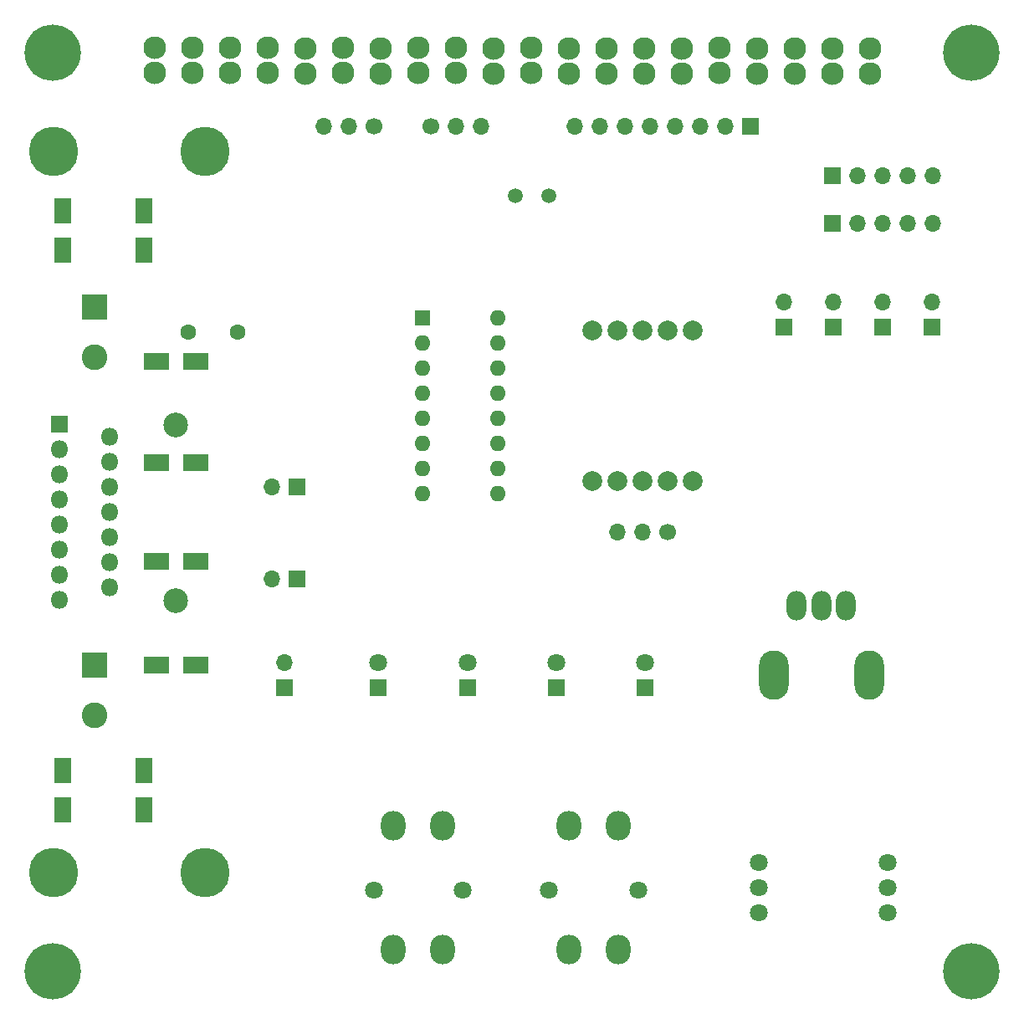
<source format=gbr>
%TF.GenerationSoftware,KiCad,Pcbnew,(6.0.8)*%
%TF.CreationDate,2022-11-24T14:06:27+01:00*%
%TF.ProjectId,myDAQExpansionBoard,6d794441-5145-4787-9061-6e73696f6e42,rev?*%
%TF.SameCoordinates,Original*%
%TF.FileFunction,Soldermask,Bot*%
%TF.FilePolarity,Negative*%
%FSLAX46Y46*%
G04 Gerber Fmt 4.6, Leading zero omitted, Abs format (unit mm)*
G04 Created by KiCad (PCBNEW (6.0.8)) date 2022-11-24 14:06:27*
%MOMM*%
%LPD*%
G01*
G04 APERTURE LIST*
%ADD10C,1.800000*%
%ADD11R,1.800000X1.800000*%
%ADD12C,1.600000*%
%ADD13C,5.700000*%
%ADD14O,1.700000X1.700000*%
%ADD15R,1.700000X1.700000*%
%ADD16C,2.000000*%
%ADD17C,1.700000*%
%ADD18O,2.000000X3.000000*%
%ADD19O,3.000000X5.000000*%
%ADD20C,2.300000*%
%ADD21O,1.800000X1.800000*%
%ADD22C,2.500000*%
%ADD23O,1.600000X1.600000*%
%ADD24R,1.600000X1.600000*%
%ADD25C,2.600000*%
%ADD26R,2.600000X2.600000*%
%ADD27C,5.000000*%
%ADD28C,1.500000*%
%ADD29O,2.500000X3.000000*%
%ADD30R,2.500000X1.800000*%
%ADD31R,1.800000X2.500000*%
G04 APERTURE END LIST*
D10*
%TO.C,D2*%
X114737500Y-98972500D03*
D11*
X114737500Y-101512500D03*
%TD*%
D12*
%TO.C,C5*%
X91500000Y-65545000D03*
X86500000Y-65545000D03*
%TD*%
D13*
%TO.C,H1*%
X72750000Y-37250000D03*
%TD*%
D14*
%TO.C,JP10*%
X94985000Y-90500000D03*
D15*
X97525000Y-90500000D03*
%TD*%
D16*
%TO.C,U2*%
X127380000Y-65380000D03*
X129920000Y-65380000D03*
X132460000Y-65380000D03*
X135000000Y-65380000D03*
X137540000Y-65380000D03*
X137540000Y-80620000D03*
X135000000Y-80620000D03*
X132460000Y-80620000D03*
X129920000Y-80620000D03*
X127380000Y-80620000D03*
%TD*%
D13*
%TO.C,H4*%
X72750000Y-130250000D03*
%TD*%
D14*
%TO.C,JP8*%
X116080000Y-44750000D03*
X113540000Y-44750000D03*
D17*
X111000000Y-44750000D03*
%TD*%
D18*
%TO.C,RV1*%
X148060500Y-93237500D03*
X150560500Y-93237500D03*
X153060500Y-93237500D03*
D19*
X145760500Y-100237500D03*
X155360500Y-100237500D03*
%TD*%
D14*
%TO.C,JP5*%
X96250000Y-98985000D03*
D15*
X96250000Y-101525000D03*
%TD*%
D14*
%TO.C,JP4*%
X161750000Y-62460000D03*
D15*
X161750000Y-65000000D03*
%TD*%
D14*
%TO.C,JP9*%
X94985000Y-81205000D03*
D15*
X97525000Y-81205000D03*
%TD*%
D14*
%TO.C,J3*%
X125595000Y-44750000D03*
X128135000Y-44750000D03*
X130675000Y-44750000D03*
X133215000Y-44750000D03*
X135755000Y-44750000D03*
X138295000Y-44750000D03*
X140835000Y-44750000D03*
D15*
X143375000Y-44750000D03*
%TD*%
D14*
%TO.C,J2*%
X161835000Y-54500000D03*
X159295000Y-54500000D03*
X156755000Y-54500000D03*
X154215000Y-54500000D03*
D15*
X151675000Y-54500000D03*
%TD*%
D20*
%TO.C,J4*%
X155445000Y-36840000D03*
X155445000Y-39380000D03*
X151635000Y-39420000D03*
X151635000Y-36880000D03*
X147825000Y-36840000D03*
X147825000Y-39380000D03*
X144015000Y-39420000D03*
X144015000Y-36880000D03*
X140205000Y-36800000D03*
X140205000Y-39340000D03*
X136395000Y-36840000D03*
X136395000Y-39380000D03*
X132585000Y-36880000D03*
X132585000Y-39420000D03*
X128775000Y-39380000D03*
X128775000Y-36840000D03*
X124965000Y-36880000D03*
X124965000Y-39420000D03*
X121155000Y-39340000D03*
X121155000Y-36800000D03*
X117345000Y-39380000D03*
X117345000Y-36840000D03*
X113535000Y-39340000D03*
X113535000Y-36800000D03*
X109725000Y-39340000D03*
X109725000Y-36800000D03*
X105915000Y-36840000D03*
X105915000Y-39380000D03*
X102105000Y-39340000D03*
X102105000Y-36800000D03*
X98295000Y-39380000D03*
X98295000Y-36840000D03*
X94485000Y-39300000D03*
X94485000Y-36760000D03*
X90675000Y-36800000D03*
X90675000Y-39340000D03*
X86865000Y-39300000D03*
X86865000Y-36760000D03*
X83055000Y-39340000D03*
X83055000Y-36800000D03*
%TD*%
D21*
%TO.C,U4*%
X73440000Y-92635000D03*
X78520000Y-91365000D03*
X73440000Y-90095000D03*
X78520000Y-88825000D03*
X73440000Y-87555000D03*
X78520000Y-86285000D03*
X73440000Y-85015000D03*
D22*
X85190000Y-74955000D03*
X85190000Y-92755000D03*
D21*
X78520000Y-83745000D03*
X73440000Y-82475000D03*
X78520000Y-81205000D03*
X73440000Y-79935000D03*
X78520000Y-78665000D03*
X73440000Y-77395000D03*
X78520000Y-76125000D03*
D11*
X73440000Y-74855000D03*
%TD*%
D14*
%TO.C,JP7*%
X100195000Y-44750000D03*
X102735000Y-44750000D03*
D17*
X105275000Y-44750000D03*
%TD*%
D10*
%TO.C,D3*%
X123737500Y-98972500D03*
D11*
X123737500Y-101512500D03*
%TD*%
D23*
%TO.C,U1*%
X117780000Y-64125000D03*
X117780000Y-66665000D03*
X117780000Y-69205000D03*
X117780000Y-71745000D03*
X117780000Y-74285000D03*
X117780000Y-76825000D03*
X117780000Y-79365000D03*
X117780000Y-81905000D03*
X110160000Y-81905000D03*
X110160000Y-79365000D03*
X110160000Y-76825000D03*
X110160000Y-74285000D03*
X110160000Y-71745000D03*
X110160000Y-69205000D03*
X110160000Y-66665000D03*
D24*
X110160000Y-64125000D03*
%TD*%
D25*
%TO.C,J6*%
X77000000Y-104330000D03*
D26*
X77000000Y-99250000D03*
%TD*%
D14*
%TO.C,JP1*%
X156750000Y-62485000D03*
D15*
X156750000Y-65025000D03*
%TD*%
D27*
%TO.C,J8*%
X88150000Y-120250000D03*
X72850000Y-120250000D03*
%TD*%
D28*
%TO.C,R17*%
X122950000Y-51750000D03*
X119550000Y-51750000D03*
%TD*%
D29*
%TO.C,SW4*%
X125000000Y-115500000D03*
X125000000Y-128000000D03*
X130000000Y-128000000D03*
X130000000Y-115500000D03*
D10*
X132000000Y-122000000D03*
X123000000Y-122000000D03*
%TD*%
%TO.C,D1*%
X105737500Y-98972500D03*
D11*
X105737500Y-101512500D03*
%TD*%
D14*
%TO.C,JP6*%
X129930000Y-85750000D03*
X132470000Y-85750000D03*
D17*
X135010000Y-85750000D03*
%TD*%
D13*
%TO.C,H3*%
X165750000Y-130250000D03*
%TD*%
D10*
%TO.C,SW1*%
X144250000Y-119210000D03*
X144250000Y-121750000D03*
X144250000Y-124290000D03*
%TD*%
D27*
%TO.C,J7*%
X72850000Y-47250000D03*
X88150000Y-47250000D03*
%TD*%
D10*
%TO.C,SW2*%
X157250000Y-119210000D03*
X157250000Y-121750000D03*
X157250000Y-124290000D03*
%TD*%
D14*
%TO.C,JP2*%
X146750000Y-62485000D03*
D15*
X146750000Y-65025000D03*
%TD*%
D14*
%TO.C,JP3*%
X151750000Y-62485000D03*
D15*
X151750000Y-65025000D03*
%TD*%
D10*
%TO.C,SW3*%
X105250000Y-122000000D03*
X114250000Y-122000000D03*
D29*
X112250000Y-128000000D03*
X112250000Y-115500000D03*
X107250000Y-128000000D03*
X107250000Y-115500000D03*
%TD*%
D10*
%TO.C,D4*%
X132737500Y-98972500D03*
D11*
X132737500Y-101512500D03*
%TD*%
D25*
%TO.C,J5*%
X77000000Y-68080000D03*
D26*
X77000000Y-63000000D03*
%TD*%
D14*
%TO.C,J1*%
X161835000Y-49750000D03*
X159295000Y-49750000D03*
X156755000Y-49750000D03*
X154215000Y-49750000D03*
D15*
X151675000Y-49750000D03*
%TD*%
D13*
%TO.C,H2*%
X165750000Y-37250000D03*
%TD*%
D30*
%TO.C,D6*%
X83250000Y-99250000D03*
X87250000Y-99250000D03*
%TD*%
%TO.C,D5*%
X83250000Y-88750000D03*
X87250000Y-88750000D03*
%TD*%
D31*
%TO.C,D10*%
X73750000Y-113900000D03*
X73750000Y-109900000D03*
%TD*%
%TO.C,D11*%
X82000000Y-53250000D03*
X82000000Y-57250000D03*
%TD*%
%TO.C,D9*%
X82000000Y-113900000D03*
X82000000Y-109900000D03*
%TD*%
D30*
%TO.C,D7*%
X83250000Y-78750000D03*
X87250000Y-78750000D03*
%TD*%
D31*
%TO.C,D12*%
X73750000Y-53250000D03*
X73750000Y-57250000D03*
%TD*%
D30*
%TO.C,D8*%
X83250000Y-68500000D03*
X87250000Y-68500000D03*
%TD*%
M02*

</source>
